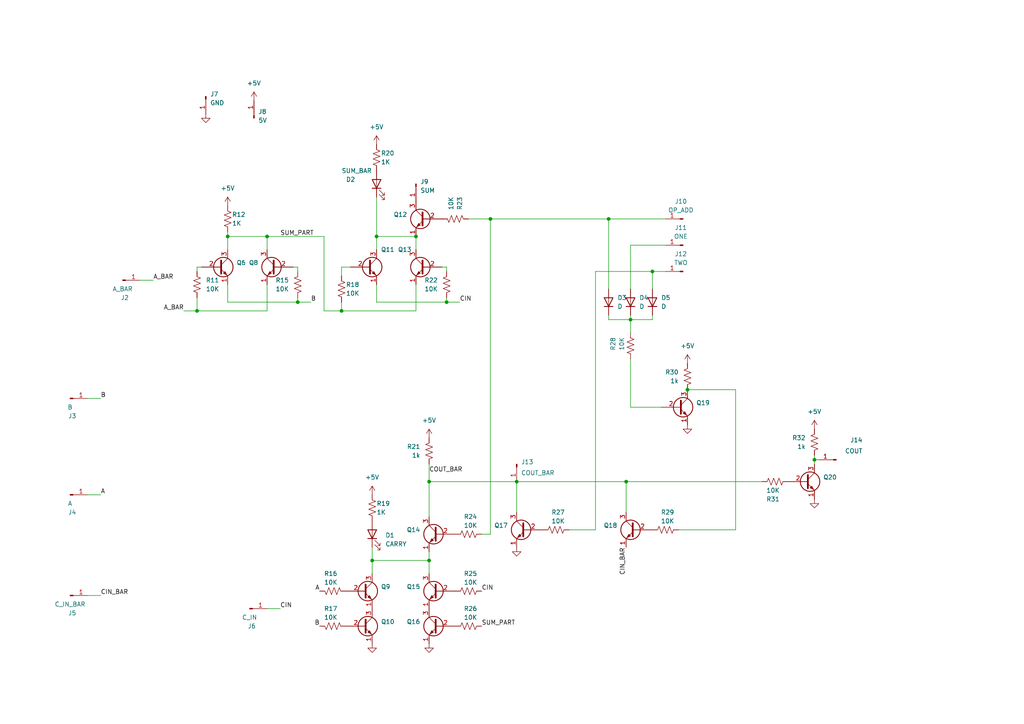
<source format=kicad_sch>
(kicad_sch (version 20230121) (generator eeschema)
  (paper "A4")
  (lib_symbols
    (symbol "Connector:Conn_01x01_Pin" (pin_names (offset 1.016) hide)
      (property "Reference" "J" (at 0 2.54 0))
      (property "Value" "Conn_01x01_Pin" (at 0 -2.54 0))
      (symbol "Conn_01x01_Pin_1_1"
        (polyline (pts (xy 1.27 0) (xy 0.8636 0)) (stroke (width 0.1524)))
        (rectangle (start 0.8636 0.127) (end 0 -0.127) (stroke (width 0.1524)) (fill (type outline)))
        (pin passive line (at 5.08 0 180) (length 3.81) (name "Pin_1") (number "1"))
      )
    )
    (symbol "Device:D" (pin_numbers hide) (pin_names (offset 1.016) hide)
      (property "Reference" "D" (at 0 2.54 0))
      (property "Value" "D" (at 0 -2.54 0))
      (symbol "D_0_1"
        (polyline (pts (xy -1.27 1.27) (xy -1.27 -1.27)) (stroke (width 0.254)))
        (polyline (pts (xy 1.27 0) (xy -1.27 0)))
        (polyline (pts (xy 1.27 1.27) (xy 1.27 -1.27) (xy -1.27 0) (xy 1.27 1.27)) (stroke (width 0.254)))
      )
      (symbol "D_1_1"
        (pin passive line (at -3.81 0 0) (length 2.54) (name "K") (number "1"))
        (pin passive line (at 3.81 0 180) (length 2.54) (name "A") (number "2"))
      )
    )
    (symbol "Device:LED" (pin_numbers hide) (pin_names (offset 1.016) hide)
      (property "Reference" "D" (at 0 2.54 0))
      (property "Value" "LED" (at 0 -2.54 0))
      (symbol "LED_0_1"
        (polyline (pts (xy -1.27 -1.27) (xy -1.27 1.27)) (stroke (width 0.254)))
        (polyline (pts (xy -1.27 0) (xy 1.27 0)))
        (polyline (pts (xy 1.27 -1.27) (xy 1.27 1.27) (xy -1.27 0) (xy 1.27 -1.27)) (stroke (width 0.254)))
        (polyline (pts (xy -3.048 -0.762) (xy -4.572 -2.286) (xy -3.81 -2.286) (xy -4.572 -2.286) (xy -4.572 -1.524)))
        (polyline (pts (xy -1.778 -0.762) (xy -3.302 -2.286) (xy -2.54 -2.286) (xy -3.302 -2.286) (xy -3.302 -1.524)))
      )
      (symbol "LED_1_1"
        (pin passive line (at -3.81 0 0) (length 2.54) (name "K") (number "1"))
        (pin passive line (at 3.81 0 180) (length 2.54) (name "A") (number "2"))
      )
    )
    (symbol "Device:R_US" (pin_numbers hide) (pin_names (offset 0))
      (property "Reference" "R" (at 2.54 0 90))
      (property "Value" "R_US" (at -2.54 0 90))
      (symbol "R_US_0_1"
        (polyline (pts (xy 0 -2.286) (xy 0 -2.54)))
        (polyline (pts (xy 0 2.286) (xy 0 2.54)))
        (polyline (pts (xy 0 -0.762) (xy 1.016 -1.143) (xy 0 -1.524) (xy -1.016 -1.905) (xy 0 -2.286)))
        (polyline (pts (xy 0 0.762) (xy 1.016 0.381) (xy 0 0) (xy -1.016 -0.381) (xy 0 -0.762)))
        (polyline (pts (xy 0 2.286) (xy 1.016 1.905) (xy 0 1.524) (xy -1.016 1.143) (xy 0 0.762)))
      )
      (symbol "R_US_1_1"
        (pin passive line (at 0 3.81 270) (length 1.27) (name "~") (number "1"))
        (pin passive line (at 0 -3.81 90) (length 1.27) (name "~") (number "2"))
      )
    )
    (symbol "Transistor_BJT:2N3904" (pin_names (offset 0) hide)
      (property "Reference" "Q" (at 5.08 1.905 0))
      (property "Value" "2N3904" (at 5.08 0 0))
      (symbol "2N3904_0_1"
        (polyline (pts (xy 0.635 0.635) (xy 2.54 2.54)))
        (polyline (pts (xy 0.635 -0.635) (xy 2.54 -2.54) (xy 2.54 -2.54)))
        (polyline (pts (xy 0.635 1.905) (xy 0.635 -1.905) (xy 0.635 -1.905)) (stroke (width 0.508)))
        (polyline (pts (xy 1.27 -1.778) (xy 1.778 -1.27) (xy 2.286 -2.286) (xy 1.27 -1.778) (xy 1.27 -1.778)) (fill (type outline)))
        (circle (center 1.27 0) (radius 2.8194) (stroke (width 0.254)))
      )
      (symbol "2N3904_1_1"
        (pin passive line (at 2.54 -5.08 90) (length 2.54) (name "E") (number "1"))
        (pin passive line (at -5.08 0 0) (length 5.715) (name "B") (number "2"))
        (pin passive line (at 2.54 5.08 270) (length 2.54) (name "C") (number "3"))
      )
    )
    (symbol "power:+5V" (power) (pin_names (offset 0))
      (property "Value" "+5V" (at 0 3.556 0))
      (symbol "+5V_0_1"
        (polyline (pts (xy -0.762 1.27) (xy 0 2.54)))
        (polyline (pts (xy 0 0) (xy 0 2.54)))
        (polyline (pts (xy 0 2.54) (xy 0.762 1.27)))
      )
      (symbol "+5V_1_1"
        (pin power_in line (at 0 0 90) (length 0) hide (name "+5V") (number "1"))
      )
    )
    (symbol "power:GND" (power) (pin_names (offset 0))
      (property "Value" "GND" (at 0 -3.81 0))
      (symbol "GND_0_1"
        (polyline (pts (xy 0 0) (xy 0 -1.27) (xy 1.27 -1.27) (xy 0 -2.54) (xy -1.27 -1.27) (xy 0 -1.27)))
      )
      (symbol "GND_1_1"
        (pin power_in line (at 0 0 270) (length 0) hide (name "GND") (number "1"))
      )
    )
  )
  (junction (at 176.53 63.5))
  (junction (at 99.06 90.17))
  (junction (at 109.22 68.58))
  (junction (at 189.23 78.74))
  (junction (at 66.04 68.58))
  (junction (at 86.36 87.63))
  (junction (at 124.46 139.7))
  (junction (at 57.15 90.17))
  (junction (at 120.65 68.58))
  (junction (at 142.24 63.5))
  (junction (at 236.22 133.35))
  (junction (at 107.95 162.56))
  (junction (at 77.47 68.58))
  (junction (at 129.54 87.63))
  (junction (at 182.88 92.71))
  (junction (at 181.61 139.7))
  (junction (at 149.86 139.7))
  (junction (at 199.39 113.03))
  (junction (at 124.46 162.56))
  (wire (pts (xy 124.46 162.56) (xy 124.46 166.37)))
  (wire (pts (xy 139.7 154.94) (xy 142.24 154.94)))
  (wire (pts (xy 66.04 67.31) (xy 66.04 68.58)))
  (wire (pts (xy 29.21 115.57) (xy 25.4 115.57)))
  (wire (pts (xy 142.24 63.5) (xy 135.89 63.5)))
  (wire (pts (xy 77.47 72.39) (xy 77.47 68.58)))
  (wire (pts (xy 129.54 87.63) (xy 133.35 87.63)))
  (wire (pts (xy 107.95 162.56) (xy 124.46 162.56)))
  (wire (pts (xy 182.88 71.12) (xy 193.04 71.12)))
  (wire (pts (xy 182.88 83.82) (xy 182.88 71.12)))
  (wire (pts (xy 107.95 158.75) (xy 107.95 162.56)))
  (wire (pts (xy 66.04 68.58) (xy 77.47 68.58)))
  (wire (pts (xy 57.15 78.74) (xy 57.15 77.47)))
  (wire (pts (xy 66.04 82.55) (xy 66.04 87.63)))
  (wire (pts (xy 142.24 154.94) (xy 142.24 63.5)))
  (wire (pts (xy 182.88 96.52) (xy 182.88 92.71)))
  (wire (pts (xy 236.22 134.62) (xy 236.22 133.35)))
  (wire (pts (xy 189.23 83.82) (xy 189.23 78.74)))
  (wire (pts (xy 57.15 90.17) (xy 57.15 86.36)))
  (wire (pts (xy 53.34 90.17) (xy 57.15 90.17)))
  (wire (pts (xy 77.47 176.53) (xy 81.28 176.53)))
  (wire (pts (xy 149.86 148.59) (xy 149.86 139.7)))
  (wire (pts (xy 93.98 90.17) (xy 99.06 90.17)))
  (wire (pts (xy 142.24 63.5) (xy 176.53 63.5)))
  (wire (pts (xy 25.4 143.51) (xy 29.21 143.51)))
  (wire (pts (xy 120.65 90.17) (xy 120.65 82.55)))
  (wire (pts (xy 109.22 68.58) (xy 109.22 72.39)))
  (wire (pts (xy 77.47 90.17) (xy 77.47 82.55)))
  (wire (pts (xy 182.88 91.44) (xy 182.88 92.71)))
  (wire (pts (xy 25.4 172.72) (xy 29.21 172.72)))
  (wire (pts (xy 77.47 68.58) (xy 93.98 68.58)))
  (wire (pts (xy 236.22 132.08) (xy 236.22 133.35)))
  (wire (pts (xy 196.85 153.67) (xy 213.36 153.67)))
  (wire (pts (xy 124.46 139.7) (xy 149.86 139.7)))
  (wire (pts (xy 99.06 90.17) (xy 99.06 87.63)))
  (wire (pts (xy 149.86 139.7) (xy 181.61 139.7)))
  (wire (pts (xy 85.09 77.47) (xy 86.36 77.47)))
  (wire (pts (xy 182.88 92.71) (xy 189.23 92.71)))
  (wire (pts (xy 189.23 92.71) (xy 189.23 91.44)))
  (wire (pts (xy 124.46 160.02) (xy 124.46 162.56)))
  (wire (pts (xy 124.46 134.62) (xy 124.46 139.7)))
  (wire (pts (xy 172.72 78.74) (xy 189.23 78.74)))
  (wire (pts (xy 66.04 87.63) (xy 86.36 87.63)))
  (wire (pts (xy 93.98 68.58) (xy 93.98 90.17)))
  (wire (pts (xy 213.36 153.67) (xy 213.36 113.03)))
  (wire (pts (xy 182.88 104.14) (xy 182.88 118.11)))
  (wire (pts (xy 213.36 113.03) (xy 199.39 113.03)))
  (wire (pts (xy 57.15 77.47) (xy 58.42 77.47)))
  (wire (pts (xy 220.98 139.7) (xy 181.61 139.7)))
  (wire (pts (xy 176.53 91.44) (xy 176.53 92.71)))
  (wire (pts (xy 176.53 63.5) (xy 193.04 63.5)))
  (wire (pts (xy 57.15 90.17) (xy 77.47 90.17)))
  (wire (pts (xy 181.61 139.7) (xy 181.61 148.59)))
  (wire (pts (xy 99.06 77.47) (xy 99.06 80.01)))
  (wire (pts (xy 176.53 92.71) (xy 182.88 92.71)))
  (wire (pts (xy 165.1 153.67) (xy 172.72 153.67)))
  (wire (pts (xy 172.72 153.67) (xy 172.72 78.74)))
  (wire (pts (xy 86.36 77.47) (xy 86.36 78.74)))
  (wire (pts (xy 236.22 133.35) (xy 237.49 133.35)))
  (wire (pts (xy 101.6 77.47) (xy 99.06 77.47)))
  (wire (pts (xy 128.27 77.47) (xy 129.54 77.47)))
  (wire (pts (xy 176.53 83.82) (xy 176.53 63.5)))
  (wire (pts (xy 120.65 68.58) (xy 109.22 68.58)))
  (wire (pts (xy 124.46 139.7) (xy 124.46 149.86)))
  (wire (pts (xy 86.36 87.63) (xy 90.17 87.63)))
  (wire (pts (xy 99.06 90.17) (xy 120.65 90.17)))
  (wire (pts (xy 86.36 87.63) (xy 86.36 86.36)))
  (wire (pts (xy 129.54 77.47) (xy 129.54 78.74)))
  (wire (pts (xy 120.65 72.39) (xy 120.65 68.58)))
  (wire (pts (xy 182.88 118.11) (xy 191.77 118.11)))
  (wire (pts (xy 129.54 87.63) (xy 129.54 86.36)))
  (wire (pts (xy 107.95 166.37) (xy 107.95 162.56)))
  (wire (pts (xy 66.04 68.58) (xy 66.04 72.39)))
  (wire (pts (xy 109.22 87.63) (xy 129.54 87.63)))
  (wire (pts (xy 40.64 81.28) (xy 44.45 81.28)))
  (wire (pts (xy 189.23 78.74) (xy 193.04 78.74)))
  (wire (pts (xy 109.22 82.55) (xy 109.22 87.63)))
  (wire (pts (xy 109.22 57.15) (xy 109.22 68.58)))
  (label "CIN_BAR" (at 29.21 172.72 0))
  (label "SUM_PART" (at 81.28 68.58 0))
  (label "A" (at 29.21 143.51 0))
  (label "B" (at 92.71 181.61 180))
  (label "CIN_BAR" (at 181.61 158.75 270))
  (label "CIN" (at 133.35 87.63 0))
  (label "CIN" (at 139.7 171.45 0))
  (label "SUM_PART" (at 139.7 181.61 0))
  (label "B" (at 29.21 115.57 0))
  (label "CIN" (at 81.28 176.53 0))
  (label "B" (at 90.17 87.63 0))
  (label "A" (at 92.71 171.45 180))
  (label "A_BAR" (at 44.45 81.28 0))
  (label "COUT_BAR" (at 124.46 137.16 0))
  (label "A_BAR" (at 53.34 90.17 180))
  (symbol (lib_id "Device:R_US") (at 193.04 153.67 90) (unit 1)
    (property "Reference" "R29" (at 195.58 148.59 90) (effects (justify left)))
    (property "Value" "10K" (at 195.58 151.13 90) (effects (justify left)))
    (property "Footprint" "Resistor_THT:R_Axial_DIN0204_L3.6mm_D1.6mm_P7.62mm_Horizontal" (effects hide))
  )
  (symbol (lib_id "Device:D") (at 189.23 87.63 90) (unit 1)
    (property "Reference" "D5" (at 191.77 86.36 90) (effects (justify right)))
    (property "Value" "D" (at 191.77 88.9 90) (effects (justify right)))
    (property "Footprint" "Diode_THT:D_DO-34_SOD68_P7.62mm_Horizontal" (effects hide))
    (property "Sim.Device" "D" (effects hide))
    (property "Sim.Pins" "1=K 2=A" (effects hide))
  )
  (symbol (lib_id "Device:R_US") (at 66.04 63.5 0) (unit 1)
    (property "Reference" "R12" (at 67.31 62.23 0) (effects (justify left)))
    (property "Value" "1K" (at 67.31 64.77 0) (effects (justify left)))
    (property "Footprint" "Resistor_THT:R_Axial_DIN0204_L3.6mm_D1.6mm_P7.62mm_Horizontal" (effects hide))
  )
  (symbol (lib_id "Device:R_US") (at 57.15 82.55 0) (unit 1)
    (property "Reference" "R11" (at 59.69 81.28 0) (effects (justify left)))
    (property "Value" "10K" (at 59.69 83.82 0) (effects (justify left)))
    (property "Footprint" "Resistor_THT:R_Axial_DIN0204_L3.6mm_D1.6mm_P7.62mm_Horizontal" (effects hide))
  )
  (symbol (lib_id "Transistor_BJT:2N3904") (at 105.41 181.61 0) (unit 1)
    (property "Reference" "Q10" (at 110.49 180.34 0) (effects (justify left)))
    (property "Value" "2N3904" (effects hide))
    (property "Footprint" "Package_TO_SOT_THT:TO-92_Inline_Wide" (effects hide))
    (property "Datasheet" "https://www.onsemi.com/pub/Collateral/2N3903-D.PDF" (effects hide))
  )
  (symbol (lib_id "Device:R_US") (at 199.39 109.22 0) (mirror y) (unit 1)
    (property "Reference" "R30" (at 196.85 107.95 0) (effects (justify left)))
    (property "Value" "1k" (at 196.85 110.49 0) (effects (justify left)))
    (property "Footprint" "Resistor_THT:R_Axial_DIN0204_L3.6mm_D1.6mm_P7.62mm_Horizontal" (effects hide))
  )
  (symbol (lib_id "Device:D") (at 176.53 87.63 90) (unit 1)
    (property "Reference" "D3" (at 179.07 86.36 90) (effects (justify right)))
    (property "Value" "D" (at 179.07 88.9 90) (effects (justify right)))
    (property "Footprint" "Diode_THT:D_DO-34_SOD68_P7.62mm_Horizontal" (effects hide))
    (property "Sim.Device" "D" (effects hide))
    (property "Sim.Pins" "1=K 2=A" (effects hide))
  )
  (symbol (lib_id "Transistor_BJT:2N3904") (at 152.4 153.67 0) (mirror y) (unit 1)
    (property "Reference" "Q17" (at 147.32 152.4 0) (effects (justify left)))
    (property "Value" "2N3904" (effects hide))
    (property "Footprint" "Package_TO_SOT_THT:TO-92_Inline_Wide" (effects hide))
    (property "Datasheet" "https://www.onsemi.com/pub/Collateral/2N3903-D.PDF" (effects hide))
  )
  (symbol (lib_id "Device:R_US") (at 236.22 128.27 0) (mirror y) (unit 1)
    (property "Reference" "R32" (at 233.68 127 0) (effects (justify left)))
    (property "Value" "1k" (at 233.68 129.54 0) (effects (justify left)))
    (property "Footprint" "Resistor_THT:R_Axial_DIN0204_L3.6mm_D1.6mm_P7.62mm_Horizontal" (effects hide))
  )
  (symbol (lib_id "power:GND") (at 124.46 186.69 0) (mirror y) (unit 1)
    (property "Reference" "#PWR020" (effects hide))
    (property "Value" "GND" (effects hide))
  )
  (symbol (lib_id "Transistor_BJT:2N3904") (at 106.68 77.47 0) (unit 1)
    (property "Reference" "Q11" (at 110.49 72.39 0) (effects (justify left)))
    (property "Value" "2N3904" (effects hide))
    (property "Footprint" "Package_TO_SOT_THT:TO-92_Inline_Wide" (effects hide))
    (property "Datasheet" "https://www.onsemi.com/pub/Collateral/2N3903-D.PDF" (effects hide))
  )
  (symbol (lib_id "Transistor_BJT:2N3904") (at 123.19 77.47 0) (mirror y) (unit 1)
    (property "Reference" "Q13" (at 119.38 72.39 0) (effects (justify left)))
    (property "Value" "2N3904" (effects hide))
    (property "Footprint" "Package_TO_SOT_THT:TO-92_Inline_Wide" (effects hide))
    (property "Datasheet" "https://www.onsemi.com/pub/Collateral/2N3903-D.PDF" (effects hide))
  )
  (symbol (lib_id "Device:R_US") (at 96.52 171.45 270) (mirror x) (unit 1)
    (property "Reference" "R16" (at 93.98 166.37 90) (effects (justify left)))
    (property "Value" "10K" (at 93.98 168.91 90) (effects (justify left)))
    (property "Footprint" "Resistor_THT:R_Axial_DIN0204_L3.6mm_D1.6mm_P7.62mm_Horizontal" (effects hide))
  )
  (symbol (lib_id "Connector:Conn_01x01_Pin") (at 149.86 134.62 270) (unit 1)
    (property "Reference" "J13" (at 151.13 133.985 90) (effects (justify left)))
    (property "Value" "COUT_BAR" (at 151.13 137.16 90) (effects (justify left)))
    (property "Footprint" "Connector_PinHeader_2.54mm:PinHeader_1x01_P2.54mm_Vertical" (effects hide))
  )
  (symbol (lib_id "Device:R_US") (at 224.79 139.7 270) (unit 1)
    (property "Reference" "R31" (at 222.25 144.78 90) (effects (justify left)))
    (property "Value" "10K" (at 222.25 142.24 90) (effects (justify left)))
    (property "Footprint" "Resistor_THT:R_Axial_DIN0204_L3.6mm_D1.6mm_P7.62mm_Horizontal" (effects hide))
  )
  (symbol (lib_id "Device:R_US") (at 161.29 153.67 90) (unit 1)
    (property "Reference" "R27" (at 163.83 148.59 90) (effects (justify left)))
    (property "Value" "10K" (at 163.83 151.13 90) (effects (justify left)))
    (property "Footprint" "Resistor_THT:R_Axial_DIN0204_L3.6mm_D1.6mm_P7.62mm_Horizontal" (effects hide))
  )
  (symbol (lib_id "power:+5V") (at 236.22 124.46 0) (unit 1)
    (property "Reference" "#PWR025" (effects hide))
    (property "Value" "+5V" (at 236.22 119.38 0))
  )
  (symbol (lib_id "Device:R_US") (at 107.95 147.32 0) (unit 1)
    (property "Reference" "R19" (at 109.22 146.05 0) (effects (justify left)))
    (property "Value" "1K" (at 109.22 148.59 0) (effects (justify left)))
    (property "Footprint" "Resistor_THT:R_Axial_DIN0204_L3.6mm_D1.6mm_P7.62mm_Horizontal" (effects hide))
  )
  (symbol (lib_id "Connector:Conn_01x01_Pin") (at 120.65 53.34 270) (unit 1)
    (property "Reference" "J9" (at 121.92 52.705 90) (effects (justify left)))
    (property "Value" "SUM" (at 121.92 55.245 90) (effects (justify left)))
    (property "Footprint" "Connector_PinHeader_2.54mm:PinHeader_1x01_P2.54mm_Vertical" (effects hide))
  )
  (symbol (lib_id "Device:R_US") (at 182.88 100.33 180) (unit 1)
    (property "Reference" "R28" (at 177.8 97.79 90) (effects (justify left)))
    (property "Value" "10K" (at 180.34 97.79 90) (effects (justify left)))
    (property "Footprint" "Resistor_THT:R_Axial_DIN0204_L3.6mm_D1.6mm_P7.62mm_Horizontal" (effects hide))
  )
  (symbol (lib_id "power:GND") (at 149.86 158.75 0) (mirror y) (unit 1)
    (property "Reference" "#PWR021" (effects hide))
    (property "Value" "GND" (effects hide))
  )
  (symbol (lib_id "power:+5V") (at 124.46 127 0) (unit 1)
    (property "Reference" "#PWR019" (effects hide))
    (property "Value" "+5V" (at 124.46 121.92 0))
  )
  (symbol (lib_id "power:+5V") (at 109.22 41.91 0) (unit 1)
    (property "Reference" "#PWR018" (effects hide))
    (property "Value" "+5V" (at 109.22 36.83 0))
  )
  (symbol (lib_id "Transistor_BJT:2N3904") (at 105.41 171.45 0) (unit 1)
    (property "Reference" "Q9" (at 110.49 170.18 0) (effects (justify left)))
    (property "Value" "2N3904" (effects hide))
    (property "Footprint" "Package_TO_SOT_THT:TO-92_Inline_Wide" (effects hide))
    (property "Datasheet" "https://www.onsemi.com/pub/Collateral/2N3903-D.PDF" (effects hide))
  )
  (symbol (lib_id "Connector:Conn_01x01_Pin") (at 20.32 143.51 0) (unit 1)
    (property "Reference" "J4" (at 20.955 148.59 0))
    (property "Value" "A" (at 20.32 146.05 0))
    (property "Footprint" "Connector_PinHeader_2.54mm:PinHeader_1x01_P2.54mm_Vertical" (effects hide))
  )
  (symbol (lib_id "Device:LED") (at 109.22 53.34 90) (unit 1)
    (property "Reference" "D2" (at 100.33 52.07 90) (effects (justify right)))
    (property "Value" "SUM_BAR" (at 99.06 49.53 90) (effects (justify right)))
    (property "Footprint" "LED_THT:LED_D3.0mm" (effects hide))
  )
  (symbol (lib_id "power:GND") (at 236.22 144.78 0) (mirror y) (unit 1)
    (property "Reference" "#PWR024" (effects hide))
    (property "Value" "GND" (effects hide))
  )
  (symbol (lib_id "Device:R_US") (at 96.52 181.61 270) (mirror x) (unit 1)
    (property "Reference" "R17" (at 93.98 176.53 90) (effects (justify left)))
    (property "Value" "10K" (at 93.98 179.07 90) (effects (justify left)))
    (property "Footprint" "Resistor_THT:R_Axial_DIN0204_L3.6mm_D1.6mm_P7.62mm_Horizontal" (effects hide))
  )
  (symbol (lib_id "Connector:Conn_01x01_Pin") (at 35.56 81.28 0) (unit 1)
    (property "Reference" "J2" (at 36.195 86.36 0))
    (property "Value" "A_BAR" (at 35.56 83.82 0))
    (property "Footprint" "Connector_PinHeader_2.54mm:PinHeader_1x01_P2.54mm_Vertical" (effects hide))
  )
  (symbol (lib_id "Device:R_US") (at 135.89 154.94 90) (unit 1)
    (property "Reference" "R24" (at 138.43 149.86 90) (effects (justify left)))
    (property "Value" "10K" (at 138.43 152.4 90) (effects (justify left)))
    (property "Footprint" "Resistor_THT:R_Axial_DIN0204_L3.6mm_D1.6mm_P7.62mm_Horizontal" (effects hide))
  )
  (symbol (lib_id "Connector:Conn_01x01_Pin") (at 73.66 34.29 90) (unit 1)
    (property "Reference" "J8" (at 74.93 32.385 90) (effects (justify right)))
    (property "Value" "5V" (at 74.93 34.925 90) (effects (justify right)))
    (property "Footprint" "Connector_PinHeader_2.54mm:PinHeader_1x01_P2.54mm_Vertical" (effects hide))
  )
  (symbol (lib_id "Connector:Conn_01x01_Pin") (at 198.12 71.12 180) (unit 1)
    (property "Reference" "J11" (at 197.485 66.04 0))
    (property "Value" "ONE" (at 197.485 68.58 0))
    (property "Footprint" "Connector_PinHeader_2.54mm:PinHeader_1x01_P2.54mm_Vertical" (effects hide))
  )
  (symbol (lib_id "Device:LED") (at 107.95 154.94 90) (unit 1)
    (property "Reference" "D1" (at 111.76 155.2575 90) (effects (justify right)))
    (property "Value" "CARRY" (at 111.76 157.7975 90) (effects (justify right)))
    (property "Footprint" "LED_THT:LED_D3.0mm" (effects hide))
  )
  (symbol (lib_id "Transistor_BJT:2N3904") (at 184.15 153.67 0) (mirror y) (unit 1)
    (property "Reference" "Q18" (at 179.07 152.4 0) (effects (justify left)))
    (property "Value" "2N3904" (effects hide))
    (property "Footprint" "Package_TO_SOT_THT:TO-92_Inline_Wide" (effects hide))
    (property "Datasheet" "https://www.onsemi.com/pub/Collateral/2N3903-D.PDF" (effects hide))
  )
  (symbol (lib_id "Transistor_BJT:2N3904") (at 127 171.45 0) (mirror y) (unit 1)
    (property "Reference" "Q15" (at 121.92 170.18 0) (effects (justify left)))
    (property "Value" "2N3904" (effects hide))
    (property "Footprint" "Package_TO_SOT_THT:TO-92_Inline_Wide" (effects hide))
    (property "Datasheet" "https://www.onsemi.com/pub/Collateral/2N3903-D.PDF" (effects hide))
  )
  (symbol (lib_id "Transistor_BJT:2N3904") (at 127 181.61 0) (mirror y) (unit 1)
    (property "Reference" "Q16" (at 121.92 180.34 0) (effects (justify left)))
    (property "Value" "2N3904" (effects hide))
    (property "Footprint" "Package_TO_SOT_THT:TO-92_Inline_Wide" (effects hide))
    (property "Datasheet" "https://www.onsemi.com/pub/Collateral/2N3903-D.PDF" (effects hide))
  )
  (symbol (lib_id "Device:R_US") (at 135.89 171.45 90) (unit 1)
    (property "Reference" "R25" (at 138.43 166.37 90) (effects (justify left)))
    (property "Value" "10K" (at 138.43 168.91 90) (effects (justify left)))
    (property "Footprint" "Resistor_THT:R_Axial_DIN0204_L3.6mm_D1.6mm_P7.62mm_Horizontal" (effects hide))
  )
  (symbol (lib_id "power:GND") (at 199.39 123.19 0) (mirror y) (unit 1)
    (property "Reference" "#PWR023" (effects hide))
    (property "Value" "GND" (effects hide))
  )
  (symbol (lib_id "power:GND") (at 59.69 33.02 0) (unit 1)
    (property "Reference" "#PWR011" (effects hide))
    (property "Value" "GND" (effects hide))
  )
  (symbol (lib_id "power:+5V") (at 199.39 105.41 0) (unit 1)
    (property "Reference" "#PWR022" (effects hide))
    (property "Value" "+5V" (at 199.39 100.33 0))
  )
  (symbol (lib_id "Transistor_BJT:2N3904") (at 63.5 77.47 0) (unit 1)
    (property "Reference" "Q6" (at 68.58 76.2 0) (effects (justify left)))
    (property "Value" "2N3904" (effects hide))
    (property "Footprint" "Package_TO_SOT_THT:TO-92_Inline_Wide" (effects hide))
    (property "Datasheet" "https://www.onsemi.com/pub/Collateral/2N3903-D.PDF" (effects hide))
  )
  (symbol (lib_id "power:+5V") (at 66.04 59.69 0) (unit 1)
    (property "Reference" "#PWR012" (effects hide))
    (property "Value" "+5V" (at 66.04 54.61 0))
  )
  (symbol (lib_id "Transistor_BJT:2N3904") (at 123.19 63.5 0) (mirror y) (unit 1)
    (property "Reference" "Q12" (at 118.11 62.23 0) (effects (justify left)))
    (property "Value" "2N3904" (effects hide))
    (property "Footprint" "Package_TO_SOT_THT:TO-92_Inline_Wide" (effects hide))
    (property "Datasheet" "https://www.onsemi.com/pub/Collateral/2N3903-D.PDF" (effects hide))
  )
  (symbol (lib_id "Transistor_BJT:2N3904") (at 233.68 139.7 0) (unit 1)
    (property "Reference" "Q20" (at 238.76 138.43 0) (effects (justify left)))
    (property "Value" "2N3904" (effects hide))
    (property "Footprint" "Package_TO_SOT_THT:TO-92_Inline_Wide" (effects hide))
    (property "Datasheet" "https://www.onsemi.com/pub/Collateral/2N3903-D.PDF" (effects hide))
  )
  (symbol (lib_id "Connector:Conn_01x01_Pin") (at 20.32 172.72 0) (unit 1)
    (property "Reference" "J5" (at 20.955 177.8 0))
    (property "Value" "C_IN_BAR" (at 20.32 175.26 0))
    (property "Footprint" "Connector_PinHeader_2.54mm:PinHeader_1x01_P2.54mm_Vertical" (effects hide))
  )
  (symbol (lib_id "Connector:Conn_01x01_Pin") (at 72.39 176.53 0) (unit 1)
    (property "Reference" "J6" (at 73.025 181.61 0))
    (property "Value" "C_IN" (at 72.39 179.07 0))
    (property "Footprint" "Connector_PinHeader_2.54mm:PinHeader_1x01_P2.54mm_Vertical" (effects hide))
  )
  (symbol (lib_id "Device:R_US") (at 86.36 82.55 0) (mirror y) (unit 1)
    (property "Reference" "R15" (at 83.82 81.28 0) (effects (justify left)))
    (property "Value" "10K" (at 83.82 83.82 0) (effects (justify left)))
    (property "Footprint" "Resistor_THT:R_Axial_DIN0204_L3.6mm_D1.6mm_P7.62mm_Horizontal" (effects hide))
  )
  (symbol (lib_id "Device:R_US") (at 129.54 82.55 0) (mirror y) (unit 1)
    (property "Reference" "R22" (at 127 81.28 0) (effects (justify left)))
    (property "Value" "10K" (at 127 83.82 0) (effects (justify left)))
    (property "Footprint" "Resistor_THT:R_Axial_DIN0204_L3.6mm_D1.6mm_P7.62mm_Horizontal" (effects hide))
  )
  (symbol (lib_id "Connector:Conn_01x01_Pin") (at 242.57 133.35 180) (unit 1)
    (property "Reference" "J14" (at 250.19 127.635 0) (effects (justify left)))
    (property "Value" "COUT" (at 250.19 130.81 0) (effects (justify left)))
    (property "Footprint" "Connector_PinHeader_2.54mm:PinHeader_1x01_P2.54mm_Vertical" (effects hide))
  )
  (symbol (lib_id "Device:R_US") (at 109.22 45.72 0) (unit 1)
    (property "Reference" "R20" (at 110.49 44.45 0) (effects (justify left)))
    (property "Value" "1K" (at 110.49 46.99 0) (effects (justify left)))
    (property "Footprint" "Resistor_THT:R_Axial_DIN0204_L3.6mm_D1.6mm_P7.62mm_Horizontal" (effects hide))
  )
  (symbol (lib_id "Device:R_US") (at 124.46 130.81 0) (mirror y) (unit 1)
    (property "Reference" "R21" (at 121.92 129.54 0) (effects (justify left)))
    (property "Value" "1k" (at 121.92 132.08 0) (effects (justify left)))
    (property "Footprint" "Resistor_THT:R_Axial_DIN0204_L3.6mm_D1.6mm_P7.62mm_Horizontal" (effects hide))
  )
  (symbol (lib_id "Transistor_BJT:2N3904") (at 127 154.94 0) (mirror y) (unit 1)
    (property "Reference" "Q14" (at 121.92 153.67 0) (effects (justify left)))
    (property "Value" "2N3904" (effects hide))
    (property "Footprint" "Package_TO_SOT_THT:TO-92_Inline_Wide" (effects hide))
    (property "Datasheet" "https://www.onsemi.com/pub/Collateral/2N3903-D.PDF" (effects hide))
  )
  (symbol (lib_id "power:+5V") (at 73.66 29.21 0) (unit 1)
    (property "Reference" "#PWR013" (effects hide))
    (property "Value" "+5V" (at 73.66 24.13 0))
  )
  (symbol (lib_id "Device:R_US") (at 132.08 63.5 270) (mirror x) (unit 1)
    (property "Reference" "R23" (at 133.35 60.96 0) (effects (justify left)))
    (property "Value" "10K" (at 130.81 60.96 0) (effects (justify left)))
    (property "Footprint" "Resistor_THT:R_Axial_DIN0204_L3.6mm_D1.6mm_P7.62mm_Horizontal" (effects hide))
  )
  (symbol (lib_id "Device:R_US") (at 135.89 181.61 90) (unit 1)
    (property "Reference" "R26" (at 138.43 176.53 90) (effects (justify left)))
    (property "Value" "10K" (at 138.43 179.07 90) (effects (justify left)))
    (property "Footprint" "Resistor_THT:R_Axial_DIN0204_L3.6mm_D1.6mm_P7.62mm_Horizontal" (effects hide))
  )
  (symbol (lib_id "Device:D") (at 182.88 87.63 90) (unit 1)
    (property "Reference" "D4" (at 185.42 86.36 90) (effects (justify right)))
    (property "Value" "D" (at 185.42 88.9 90) (effects (justify right)))
    (property "Footprint" "Diode_THT:D_DO-34_SOD68_P7.62mm_Horizontal" (effects hide))
    (property "Sim.Device" "D" (effects hide))
    (property "Sim.Pins" "1=K 2=A" (effects hide))
  )
  (symbol (lib_id "Device:R_US") (at 99.06 83.82 0) (unit 1)
    (property "Reference" "R18" (at 100.33 82.55 0) (effects (justify left)))
    (property "Value" "10K" (at 100.33 85.09 0) (effects (justify left)))
    (property "Footprint" "Resistor_THT:R_Axial_DIN0204_L3.6mm_D1.6mm_P7.62mm_Horizontal" (effects hide))
  )
  (symbol (lib_id "Connector:Conn_01x01_Pin") (at 198.12 63.5 180) (unit 1)
    (property "Reference" "J10" (at 197.485 58.42 0))
    (property "Value" "OP_ADD" (at 197.485 60.96 0))
    (property "Footprint" "Connector_PinHeader_2.54mm:PinHeader_1x01_P2.54mm_Vertical" (effects hide))
  )
  (symbol (lib_id "Transistor_BJT:2N3904") (at 196.85 118.11 0) (unit 1)
    (property "Reference" "Q19" (at 201.93 116.84 0) (effects (justify left)))
    (property "Value" "2N3904" (effects hide))
    (property "Footprint" "Package_TO_SOT_THT:TO-92_Inline_Wide" (effects hide))
    (property "Datasheet" "https://www.onsemi.com/pub/Collateral/2N3903-D.PDF" (effects hide))
  )
  (symbol (lib_id "Connector:Conn_01x01_Pin") (at 20.32 115.57 0) (unit 1)
    (property "Reference" "J3" (at 20.955 120.65 0))
    (property "Value" "B" (at 20.32 118.11 0))
    (property "Footprint" "Connector_PinHeader_2.54mm:PinHeader_1x01_P2.54mm_Vertical" (effects hide))
  )
  (symbol (lib_id "Transistor_BJT:2N3904") (at 80.01 77.47 0) (mirror y) (unit 1)
    (property "Reference" "Q8" (at 74.93 76.2 0) (effects (justify left)))
    (property "Value" "2N3904" (effects hide))
    (property "Footprint" "Package_TO_SOT_THT:TO-92_Inline_Wide" (effects hide))
    (property "Datasheet" "https://www.onsemi.com/pub/Collateral/2N3903-D.PDF" (effects hide))
  )
  (symbol (lib_id "power:+5V") (at 107.95 143.51 0) (unit 1)
    (property "Reference" "#PWR016" (effects hide))
    (property "Value" "+5V" (at 107.95 138.43 0))
  )
  (symbol (lib_id "Connector:Conn_01x01_Pin") (at 59.69 27.94 270) (unit 1)
    (property "Reference" "J7" (at 60.96 27.305 90) (effects (justify left)))
    (property "Value" "GND" (at 60.96 29.845 90) (effects (justify left)))
    (property "Footprint" "Connector_PinHeader_2.54mm:PinHeader_1x01_P2.54mm_Vertical" (effects hide))
  )
  (symbol (lib_id "power:GND") (at 107.95 186.69 0) (unit 1)
    (property "Reference" "#PWR017" (effects hide))
    (property "Value" "GND" (effects hide))
  )
  (symbol (lib_id "Connector:Conn_01x01_Pin") (at 198.12 78.74 180) (unit 1)
    (property "Reference" "J12" (at 197.485 73.66 0))
    (property "Value" "TWO" (at 197.485 76.2 0))
    (property "Footprint" "Connector_PinHeader_2.54mm:PinHeader_1x01_P2.54mm_Vertical" (effects hide))
  )
)
</source>
